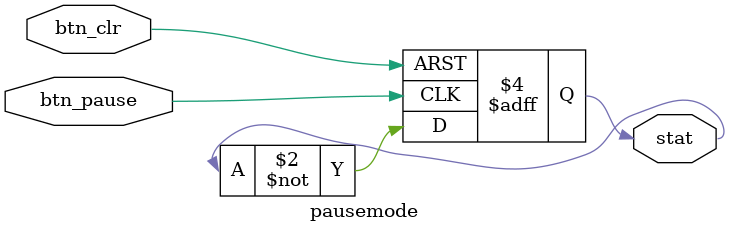
<source format=v>
`timescale 1ns / 1ps
module pausemode(btn_pause, btn_clr, stat
    );
	input btn_pause, btn_clr;
	output reg stat = 0;
	always@(posedge btn_pause or posedge btn_clr) begin
		if(btn_clr) begin
			stat = 0;
		end
		else if(btn_pause) begin
			stat = ~stat;
		end
	end

endmodule

</source>
